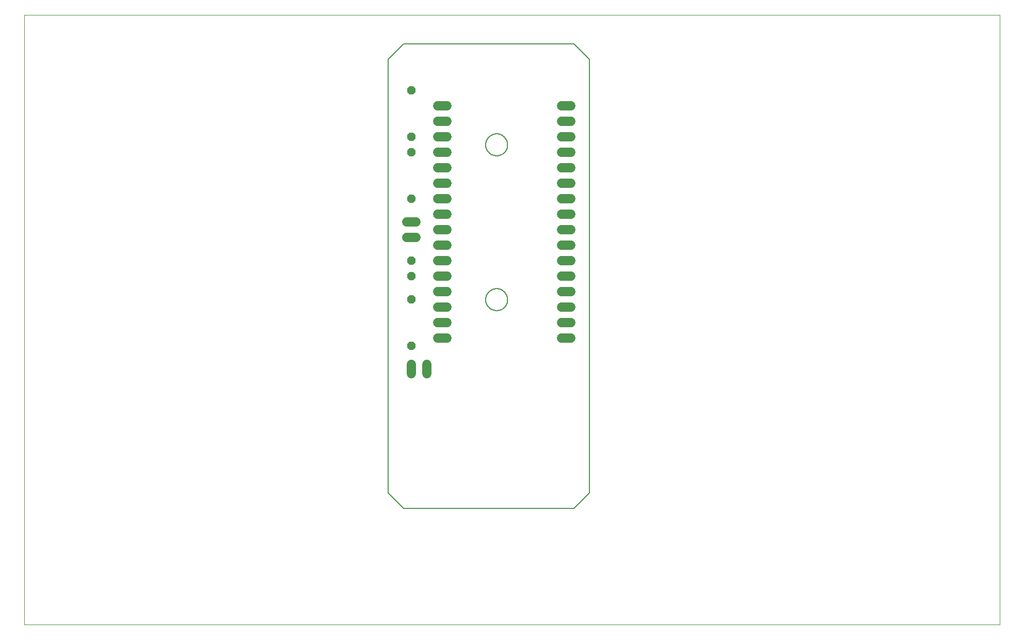
<source format=gtl>
G75*
%MOIN*%
%OFA0B0*%
%FSLAX25Y25*%
%IPPOS*%
%LPD*%
%AMOC8*
5,1,8,0,0,1.08239X$1,22.5*
%
%ADD10C,0.00000*%
%ADD11C,0.00600*%
%ADD12OC8,0.05200*%
%ADD13C,0.06000*%
D10*
X0001000Y0001000D02*
X0001000Y0394701D01*
X0630921Y0394701D01*
X0630921Y0001000D01*
X0001000Y0001000D01*
D11*
X0236000Y0086000D02*
X0236000Y0366000D01*
X0246000Y0376000D01*
X0356000Y0376000D01*
X0366000Y0366000D01*
X0366000Y0086000D01*
X0356000Y0076000D01*
X0246000Y0076000D01*
X0236000Y0086000D01*
X0298929Y0211000D02*
X0298931Y0211174D01*
X0298938Y0211347D01*
X0298948Y0211520D01*
X0298963Y0211693D01*
X0298982Y0211866D01*
X0299006Y0212038D01*
X0299033Y0212209D01*
X0299065Y0212379D01*
X0299101Y0212549D01*
X0299141Y0212718D01*
X0299185Y0212886D01*
X0299233Y0213053D01*
X0299286Y0213218D01*
X0299342Y0213382D01*
X0299403Y0213545D01*
X0299467Y0213706D01*
X0299536Y0213865D01*
X0299608Y0214023D01*
X0299684Y0214179D01*
X0299764Y0214333D01*
X0299848Y0214485D01*
X0299935Y0214635D01*
X0300026Y0214783D01*
X0300121Y0214928D01*
X0300219Y0215072D01*
X0300321Y0215212D01*
X0300426Y0215350D01*
X0300534Y0215486D01*
X0300646Y0215619D01*
X0300761Y0215749D01*
X0300879Y0215876D01*
X0301000Y0216000D01*
X0301124Y0216121D01*
X0301251Y0216239D01*
X0301381Y0216354D01*
X0301514Y0216466D01*
X0301650Y0216574D01*
X0301788Y0216679D01*
X0301928Y0216781D01*
X0302072Y0216879D01*
X0302217Y0216974D01*
X0302365Y0217065D01*
X0302515Y0217152D01*
X0302667Y0217236D01*
X0302821Y0217316D01*
X0302977Y0217392D01*
X0303135Y0217464D01*
X0303294Y0217533D01*
X0303455Y0217597D01*
X0303618Y0217658D01*
X0303782Y0217714D01*
X0303947Y0217767D01*
X0304114Y0217815D01*
X0304282Y0217859D01*
X0304451Y0217899D01*
X0304621Y0217935D01*
X0304791Y0217967D01*
X0304962Y0217994D01*
X0305134Y0218018D01*
X0305307Y0218037D01*
X0305480Y0218052D01*
X0305653Y0218062D01*
X0305826Y0218069D01*
X0306000Y0218071D01*
X0306174Y0218069D01*
X0306347Y0218062D01*
X0306520Y0218052D01*
X0306693Y0218037D01*
X0306866Y0218018D01*
X0307038Y0217994D01*
X0307209Y0217967D01*
X0307379Y0217935D01*
X0307549Y0217899D01*
X0307718Y0217859D01*
X0307886Y0217815D01*
X0308053Y0217767D01*
X0308218Y0217714D01*
X0308382Y0217658D01*
X0308545Y0217597D01*
X0308706Y0217533D01*
X0308865Y0217464D01*
X0309023Y0217392D01*
X0309179Y0217316D01*
X0309333Y0217236D01*
X0309485Y0217152D01*
X0309635Y0217065D01*
X0309783Y0216974D01*
X0309928Y0216879D01*
X0310072Y0216781D01*
X0310212Y0216679D01*
X0310350Y0216574D01*
X0310486Y0216466D01*
X0310619Y0216354D01*
X0310749Y0216239D01*
X0310876Y0216121D01*
X0311000Y0216000D01*
X0311121Y0215876D01*
X0311239Y0215749D01*
X0311354Y0215619D01*
X0311466Y0215486D01*
X0311574Y0215350D01*
X0311679Y0215212D01*
X0311781Y0215072D01*
X0311879Y0214928D01*
X0311974Y0214783D01*
X0312065Y0214635D01*
X0312152Y0214485D01*
X0312236Y0214333D01*
X0312316Y0214179D01*
X0312392Y0214023D01*
X0312464Y0213865D01*
X0312533Y0213706D01*
X0312597Y0213545D01*
X0312658Y0213382D01*
X0312714Y0213218D01*
X0312767Y0213053D01*
X0312815Y0212886D01*
X0312859Y0212718D01*
X0312899Y0212549D01*
X0312935Y0212379D01*
X0312967Y0212209D01*
X0312994Y0212038D01*
X0313018Y0211866D01*
X0313037Y0211693D01*
X0313052Y0211520D01*
X0313062Y0211347D01*
X0313069Y0211174D01*
X0313071Y0211000D01*
X0313069Y0210826D01*
X0313062Y0210653D01*
X0313052Y0210480D01*
X0313037Y0210307D01*
X0313018Y0210134D01*
X0312994Y0209962D01*
X0312967Y0209791D01*
X0312935Y0209621D01*
X0312899Y0209451D01*
X0312859Y0209282D01*
X0312815Y0209114D01*
X0312767Y0208947D01*
X0312714Y0208782D01*
X0312658Y0208618D01*
X0312597Y0208455D01*
X0312533Y0208294D01*
X0312464Y0208135D01*
X0312392Y0207977D01*
X0312316Y0207821D01*
X0312236Y0207667D01*
X0312152Y0207515D01*
X0312065Y0207365D01*
X0311974Y0207217D01*
X0311879Y0207072D01*
X0311781Y0206928D01*
X0311679Y0206788D01*
X0311574Y0206650D01*
X0311466Y0206514D01*
X0311354Y0206381D01*
X0311239Y0206251D01*
X0311121Y0206124D01*
X0311000Y0206000D01*
X0310876Y0205879D01*
X0310749Y0205761D01*
X0310619Y0205646D01*
X0310486Y0205534D01*
X0310350Y0205426D01*
X0310212Y0205321D01*
X0310072Y0205219D01*
X0309928Y0205121D01*
X0309783Y0205026D01*
X0309635Y0204935D01*
X0309485Y0204848D01*
X0309333Y0204764D01*
X0309179Y0204684D01*
X0309023Y0204608D01*
X0308865Y0204536D01*
X0308706Y0204467D01*
X0308545Y0204403D01*
X0308382Y0204342D01*
X0308218Y0204286D01*
X0308053Y0204233D01*
X0307886Y0204185D01*
X0307718Y0204141D01*
X0307549Y0204101D01*
X0307379Y0204065D01*
X0307209Y0204033D01*
X0307038Y0204006D01*
X0306866Y0203982D01*
X0306693Y0203963D01*
X0306520Y0203948D01*
X0306347Y0203938D01*
X0306174Y0203931D01*
X0306000Y0203929D01*
X0305826Y0203931D01*
X0305653Y0203938D01*
X0305480Y0203948D01*
X0305307Y0203963D01*
X0305134Y0203982D01*
X0304962Y0204006D01*
X0304791Y0204033D01*
X0304621Y0204065D01*
X0304451Y0204101D01*
X0304282Y0204141D01*
X0304114Y0204185D01*
X0303947Y0204233D01*
X0303782Y0204286D01*
X0303618Y0204342D01*
X0303455Y0204403D01*
X0303294Y0204467D01*
X0303135Y0204536D01*
X0302977Y0204608D01*
X0302821Y0204684D01*
X0302667Y0204764D01*
X0302515Y0204848D01*
X0302365Y0204935D01*
X0302217Y0205026D01*
X0302072Y0205121D01*
X0301928Y0205219D01*
X0301788Y0205321D01*
X0301650Y0205426D01*
X0301514Y0205534D01*
X0301381Y0205646D01*
X0301251Y0205761D01*
X0301124Y0205879D01*
X0301000Y0206000D01*
X0300879Y0206124D01*
X0300761Y0206251D01*
X0300646Y0206381D01*
X0300534Y0206514D01*
X0300426Y0206650D01*
X0300321Y0206788D01*
X0300219Y0206928D01*
X0300121Y0207072D01*
X0300026Y0207217D01*
X0299935Y0207365D01*
X0299848Y0207515D01*
X0299764Y0207667D01*
X0299684Y0207821D01*
X0299608Y0207977D01*
X0299536Y0208135D01*
X0299467Y0208294D01*
X0299403Y0208455D01*
X0299342Y0208618D01*
X0299286Y0208782D01*
X0299233Y0208947D01*
X0299185Y0209114D01*
X0299141Y0209282D01*
X0299101Y0209451D01*
X0299065Y0209621D01*
X0299033Y0209791D01*
X0299006Y0209962D01*
X0298982Y0210134D01*
X0298963Y0210307D01*
X0298948Y0210480D01*
X0298938Y0210653D01*
X0298931Y0210826D01*
X0298929Y0211000D01*
X0298929Y0311000D02*
X0298931Y0311174D01*
X0298938Y0311347D01*
X0298948Y0311520D01*
X0298963Y0311693D01*
X0298982Y0311866D01*
X0299006Y0312038D01*
X0299033Y0312209D01*
X0299065Y0312379D01*
X0299101Y0312549D01*
X0299141Y0312718D01*
X0299185Y0312886D01*
X0299233Y0313053D01*
X0299286Y0313218D01*
X0299342Y0313382D01*
X0299403Y0313545D01*
X0299467Y0313706D01*
X0299536Y0313865D01*
X0299608Y0314023D01*
X0299684Y0314179D01*
X0299764Y0314333D01*
X0299848Y0314485D01*
X0299935Y0314635D01*
X0300026Y0314783D01*
X0300121Y0314928D01*
X0300219Y0315072D01*
X0300321Y0315212D01*
X0300426Y0315350D01*
X0300534Y0315486D01*
X0300646Y0315619D01*
X0300761Y0315749D01*
X0300879Y0315876D01*
X0301000Y0316000D01*
X0301124Y0316121D01*
X0301251Y0316239D01*
X0301381Y0316354D01*
X0301514Y0316466D01*
X0301650Y0316574D01*
X0301788Y0316679D01*
X0301928Y0316781D01*
X0302072Y0316879D01*
X0302217Y0316974D01*
X0302365Y0317065D01*
X0302515Y0317152D01*
X0302667Y0317236D01*
X0302821Y0317316D01*
X0302977Y0317392D01*
X0303135Y0317464D01*
X0303294Y0317533D01*
X0303455Y0317597D01*
X0303618Y0317658D01*
X0303782Y0317714D01*
X0303947Y0317767D01*
X0304114Y0317815D01*
X0304282Y0317859D01*
X0304451Y0317899D01*
X0304621Y0317935D01*
X0304791Y0317967D01*
X0304962Y0317994D01*
X0305134Y0318018D01*
X0305307Y0318037D01*
X0305480Y0318052D01*
X0305653Y0318062D01*
X0305826Y0318069D01*
X0306000Y0318071D01*
X0306174Y0318069D01*
X0306347Y0318062D01*
X0306520Y0318052D01*
X0306693Y0318037D01*
X0306866Y0318018D01*
X0307038Y0317994D01*
X0307209Y0317967D01*
X0307379Y0317935D01*
X0307549Y0317899D01*
X0307718Y0317859D01*
X0307886Y0317815D01*
X0308053Y0317767D01*
X0308218Y0317714D01*
X0308382Y0317658D01*
X0308545Y0317597D01*
X0308706Y0317533D01*
X0308865Y0317464D01*
X0309023Y0317392D01*
X0309179Y0317316D01*
X0309333Y0317236D01*
X0309485Y0317152D01*
X0309635Y0317065D01*
X0309783Y0316974D01*
X0309928Y0316879D01*
X0310072Y0316781D01*
X0310212Y0316679D01*
X0310350Y0316574D01*
X0310486Y0316466D01*
X0310619Y0316354D01*
X0310749Y0316239D01*
X0310876Y0316121D01*
X0311000Y0316000D01*
X0311121Y0315876D01*
X0311239Y0315749D01*
X0311354Y0315619D01*
X0311466Y0315486D01*
X0311574Y0315350D01*
X0311679Y0315212D01*
X0311781Y0315072D01*
X0311879Y0314928D01*
X0311974Y0314783D01*
X0312065Y0314635D01*
X0312152Y0314485D01*
X0312236Y0314333D01*
X0312316Y0314179D01*
X0312392Y0314023D01*
X0312464Y0313865D01*
X0312533Y0313706D01*
X0312597Y0313545D01*
X0312658Y0313382D01*
X0312714Y0313218D01*
X0312767Y0313053D01*
X0312815Y0312886D01*
X0312859Y0312718D01*
X0312899Y0312549D01*
X0312935Y0312379D01*
X0312967Y0312209D01*
X0312994Y0312038D01*
X0313018Y0311866D01*
X0313037Y0311693D01*
X0313052Y0311520D01*
X0313062Y0311347D01*
X0313069Y0311174D01*
X0313071Y0311000D01*
X0313069Y0310826D01*
X0313062Y0310653D01*
X0313052Y0310480D01*
X0313037Y0310307D01*
X0313018Y0310134D01*
X0312994Y0309962D01*
X0312967Y0309791D01*
X0312935Y0309621D01*
X0312899Y0309451D01*
X0312859Y0309282D01*
X0312815Y0309114D01*
X0312767Y0308947D01*
X0312714Y0308782D01*
X0312658Y0308618D01*
X0312597Y0308455D01*
X0312533Y0308294D01*
X0312464Y0308135D01*
X0312392Y0307977D01*
X0312316Y0307821D01*
X0312236Y0307667D01*
X0312152Y0307515D01*
X0312065Y0307365D01*
X0311974Y0307217D01*
X0311879Y0307072D01*
X0311781Y0306928D01*
X0311679Y0306788D01*
X0311574Y0306650D01*
X0311466Y0306514D01*
X0311354Y0306381D01*
X0311239Y0306251D01*
X0311121Y0306124D01*
X0311000Y0306000D01*
X0310876Y0305879D01*
X0310749Y0305761D01*
X0310619Y0305646D01*
X0310486Y0305534D01*
X0310350Y0305426D01*
X0310212Y0305321D01*
X0310072Y0305219D01*
X0309928Y0305121D01*
X0309783Y0305026D01*
X0309635Y0304935D01*
X0309485Y0304848D01*
X0309333Y0304764D01*
X0309179Y0304684D01*
X0309023Y0304608D01*
X0308865Y0304536D01*
X0308706Y0304467D01*
X0308545Y0304403D01*
X0308382Y0304342D01*
X0308218Y0304286D01*
X0308053Y0304233D01*
X0307886Y0304185D01*
X0307718Y0304141D01*
X0307549Y0304101D01*
X0307379Y0304065D01*
X0307209Y0304033D01*
X0307038Y0304006D01*
X0306866Y0303982D01*
X0306693Y0303963D01*
X0306520Y0303948D01*
X0306347Y0303938D01*
X0306174Y0303931D01*
X0306000Y0303929D01*
X0305826Y0303931D01*
X0305653Y0303938D01*
X0305480Y0303948D01*
X0305307Y0303963D01*
X0305134Y0303982D01*
X0304962Y0304006D01*
X0304791Y0304033D01*
X0304621Y0304065D01*
X0304451Y0304101D01*
X0304282Y0304141D01*
X0304114Y0304185D01*
X0303947Y0304233D01*
X0303782Y0304286D01*
X0303618Y0304342D01*
X0303455Y0304403D01*
X0303294Y0304467D01*
X0303135Y0304536D01*
X0302977Y0304608D01*
X0302821Y0304684D01*
X0302667Y0304764D01*
X0302515Y0304848D01*
X0302365Y0304935D01*
X0302217Y0305026D01*
X0302072Y0305121D01*
X0301928Y0305219D01*
X0301788Y0305321D01*
X0301650Y0305426D01*
X0301514Y0305534D01*
X0301381Y0305646D01*
X0301251Y0305761D01*
X0301124Y0305879D01*
X0301000Y0306000D01*
X0300879Y0306124D01*
X0300761Y0306251D01*
X0300646Y0306381D01*
X0300534Y0306514D01*
X0300426Y0306650D01*
X0300321Y0306788D01*
X0300219Y0306928D01*
X0300121Y0307072D01*
X0300026Y0307217D01*
X0299935Y0307365D01*
X0299848Y0307515D01*
X0299764Y0307667D01*
X0299684Y0307821D01*
X0299608Y0307977D01*
X0299536Y0308135D01*
X0299467Y0308294D01*
X0299403Y0308455D01*
X0299342Y0308618D01*
X0299286Y0308782D01*
X0299233Y0308947D01*
X0299185Y0309114D01*
X0299141Y0309282D01*
X0299101Y0309451D01*
X0299065Y0309621D01*
X0299033Y0309791D01*
X0299006Y0309962D01*
X0298982Y0310134D01*
X0298963Y0310307D01*
X0298948Y0310480D01*
X0298938Y0310653D01*
X0298931Y0310826D01*
X0298929Y0311000D01*
D12*
X0251000Y0306000D03*
X0251000Y0316000D03*
X0251000Y0346000D03*
X0251000Y0276000D03*
X0251000Y0236000D03*
X0251000Y0226000D03*
X0251000Y0211000D03*
X0251000Y0181000D03*
D13*
X0251000Y0169000D02*
X0251000Y0163000D01*
X0261000Y0163000D02*
X0261000Y0169000D01*
X0268000Y0186000D02*
X0274000Y0186000D01*
X0274000Y0196000D02*
X0268000Y0196000D01*
X0268000Y0206000D02*
X0274000Y0206000D01*
X0274000Y0216000D02*
X0268000Y0216000D01*
X0268000Y0226000D02*
X0274000Y0226000D01*
X0274000Y0236000D02*
X0268000Y0236000D01*
X0268000Y0246000D02*
X0274000Y0246000D01*
X0274000Y0256000D02*
X0268000Y0256000D01*
X0254000Y0251000D02*
X0248000Y0251000D01*
X0248000Y0261000D02*
X0254000Y0261000D01*
X0268000Y0266000D02*
X0274000Y0266000D01*
X0274000Y0276000D02*
X0268000Y0276000D01*
X0268000Y0286000D02*
X0274000Y0286000D01*
X0274000Y0296000D02*
X0268000Y0296000D01*
X0268000Y0306000D02*
X0274000Y0306000D01*
X0274000Y0316000D02*
X0268000Y0316000D01*
X0268000Y0326000D02*
X0274000Y0326000D01*
X0274000Y0336000D02*
X0268000Y0336000D01*
X0348000Y0336000D02*
X0354000Y0336000D01*
X0354000Y0326000D02*
X0348000Y0326000D01*
X0348000Y0316000D02*
X0354000Y0316000D01*
X0354000Y0306000D02*
X0348000Y0306000D01*
X0348000Y0296000D02*
X0354000Y0296000D01*
X0354000Y0286000D02*
X0348000Y0286000D01*
X0348000Y0276000D02*
X0354000Y0276000D01*
X0354000Y0266000D02*
X0348000Y0266000D01*
X0348000Y0256000D02*
X0354000Y0256000D01*
X0354000Y0246000D02*
X0348000Y0246000D01*
X0348000Y0236000D02*
X0354000Y0236000D01*
X0354000Y0226000D02*
X0348000Y0226000D01*
X0348000Y0216000D02*
X0354000Y0216000D01*
X0354000Y0206000D02*
X0348000Y0206000D01*
X0348000Y0196000D02*
X0354000Y0196000D01*
X0354000Y0186000D02*
X0348000Y0186000D01*
M02*

</source>
